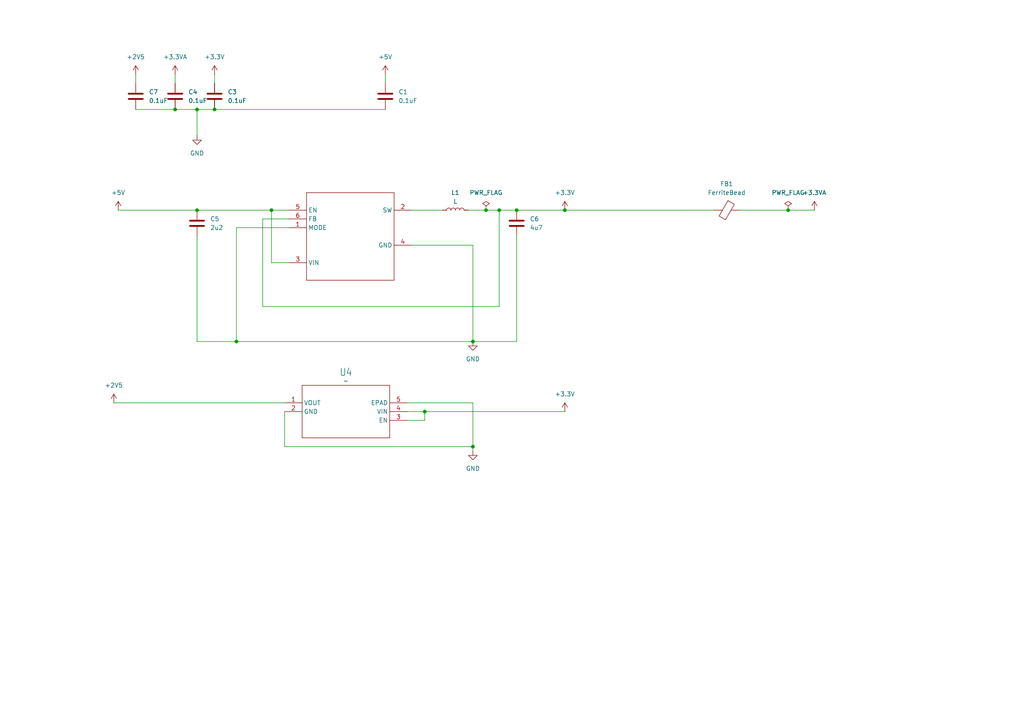
<source format=kicad_sch>
(kicad_sch
	(version 20250114)
	(generator "eeschema")
	(generator_version "9.0")
	(uuid "019be46e-a76b-4c7a-91f6-ecde0b6b9432")
	(paper "A4")
	(lib_symbols
		(symbol "Device:C"
			(pin_numbers
				(hide yes)
			)
			(pin_names
				(offset 0.254)
			)
			(exclude_from_sim no)
			(in_bom yes)
			(on_board yes)
			(property "Reference" "C"
				(at 0.635 2.54 0)
				(effects
					(font
						(size 1.27 1.27)
					)
					(justify left)
				)
			)
			(property "Value" "C"
				(at 0.635 -2.54 0)
				(effects
					(font
						(size 1.27 1.27)
					)
					(justify left)
				)
			)
			(property "Footprint" ""
				(at 0.9652 -3.81 0)
				(effects
					(font
						(size 1.27 1.27)
					)
					(hide yes)
				)
			)
			(property "Datasheet" "~"
				(at 0 0 0)
				(effects
					(font
						(size 1.27 1.27)
					)
					(hide yes)
				)
			)
			(property "Description" "Unpolarized capacitor"
				(at 0 0 0)
				(effects
					(font
						(size 1.27 1.27)
					)
					(hide yes)
				)
			)
			(property "ki_keywords" "cap capacitor"
				(at 0 0 0)
				(effects
					(font
						(size 1.27 1.27)
					)
					(hide yes)
				)
			)
			(property "ki_fp_filters" "C_*"
				(at 0 0 0)
				(effects
					(font
						(size 1.27 1.27)
					)
					(hide yes)
				)
			)
			(symbol "C_0_1"
				(polyline
					(pts
						(xy -2.032 0.762) (xy 2.032 0.762)
					)
					(stroke
						(width 0.508)
						(type default)
					)
					(fill
						(type none)
					)
				)
				(polyline
					(pts
						(xy -2.032 -0.762) (xy 2.032 -0.762)
					)
					(stroke
						(width 0.508)
						(type default)
					)
					(fill
						(type none)
					)
				)
			)
			(symbol "C_1_1"
				(pin passive line
					(at 0 3.81 270)
					(length 2.794)
					(name "~"
						(effects
							(font
								(size 1.27 1.27)
							)
						)
					)
					(number "1"
						(effects
							(font
								(size 1.27 1.27)
							)
						)
					)
				)
				(pin passive line
					(at 0 -3.81 90)
					(length 2.794)
					(name "~"
						(effects
							(font
								(size 1.27 1.27)
							)
						)
					)
					(number "2"
						(effects
							(font
								(size 1.27 1.27)
							)
						)
					)
				)
			)
			(embedded_fonts no)
		)
		(symbol "Device:FerriteBead"
			(pin_numbers
				(hide yes)
			)
			(pin_names
				(offset 0)
			)
			(exclude_from_sim no)
			(in_bom yes)
			(on_board yes)
			(property "Reference" "FB"
				(at -3.81 0.635 90)
				(effects
					(font
						(size 1.27 1.27)
					)
				)
			)
			(property "Value" "FerriteBead"
				(at 3.81 0 90)
				(effects
					(font
						(size 1.27 1.27)
					)
				)
			)
			(property "Footprint" ""
				(at -1.778 0 90)
				(effects
					(font
						(size 1.27 1.27)
					)
					(hide yes)
				)
			)
			(property "Datasheet" "~"
				(at 0 0 0)
				(effects
					(font
						(size 1.27 1.27)
					)
					(hide yes)
				)
			)
			(property "Description" "Ferrite bead"
				(at 0 0 0)
				(effects
					(font
						(size 1.27 1.27)
					)
					(hide yes)
				)
			)
			(property "ki_keywords" "L ferrite bead inductor filter"
				(at 0 0 0)
				(effects
					(font
						(size 1.27 1.27)
					)
					(hide yes)
				)
			)
			(property "ki_fp_filters" "Inductor_* L_* *Ferrite*"
				(at 0 0 0)
				(effects
					(font
						(size 1.27 1.27)
					)
					(hide yes)
				)
			)
			(symbol "FerriteBead_0_1"
				(polyline
					(pts
						(xy -2.7686 0.4064) (xy -1.7018 2.2606) (xy 2.7686 -0.3048) (xy 1.6764 -2.159) (xy -2.7686 0.4064)
					)
					(stroke
						(width 0)
						(type default)
					)
					(fill
						(type none)
					)
				)
				(polyline
					(pts
						(xy 0 1.27) (xy 0 1.2954)
					)
					(stroke
						(width 0)
						(type default)
					)
					(fill
						(type none)
					)
				)
				(polyline
					(pts
						(xy 0 -1.27) (xy 0 -1.2192)
					)
					(stroke
						(width 0)
						(type default)
					)
					(fill
						(type none)
					)
				)
			)
			(symbol "FerriteBead_1_1"
				(pin passive line
					(at 0 3.81 270)
					(length 2.54)
					(name "~"
						(effects
							(font
								(size 1.27 1.27)
							)
						)
					)
					(number "1"
						(effects
							(font
								(size 1.27 1.27)
							)
						)
					)
				)
				(pin passive line
					(at 0 -3.81 90)
					(length 2.54)
					(name "~"
						(effects
							(font
								(size 1.27 1.27)
							)
						)
					)
					(number "2"
						(effects
							(font
								(size 1.27 1.27)
							)
						)
					)
				)
			)
			(embedded_fonts no)
		)
		(symbol "Device:L"
			(pin_numbers
				(hide yes)
			)
			(pin_names
				(offset 1.016)
				(hide yes)
			)
			(exclude_from_sim no)
			(in_bom yes)
			(on_board yes)
			(property "Reference" "L"
				(at -1.27 0 90)
				(effects
					(font
						(size 1.27 1.27)
					)
				)
			)
			(property "Value" "L"
				(at 1.905 0 90)
				(effects
					(font
						(size 1.27 1.27)
					)
				)
			)
			(property "Footprint" ""
				(at 0 0 0)
				(effects
					(font
						(size 1.27 1.27)
					)
					(hide yes)
				)
			)
			(property "Datasheet" "~"
				(at 0 0 0)
				(effects
					(font
						(size 1.27 1.27)
					)
					(hide yes)
				)
			)
			(property "Description" "Inductor"
				(at 0 0 0)
				(effects
					(font
						(size 1.27 1.27)
					)
					(hide yes)
				)
			)
			(property "ki_keywords" "inductor choke coil reactor magnetic"
				(at 0 0 0)
				(effects
					(font
						(size 1.27 1.27)
					)
					(hide yes)
				)
			)
			(property "ki_fp_filters" "Choke_* *Coil* Inductor_* L_*"
				(at 0 0 0)
				(effects
					(font
						(size 1.27 1.27)
					)
					(hide yes)
				)
			)
			(symbol "L_0_1"
				(arc
					(start 0 2.54)
					(mid 0.6323 1.905)
					(end 0 1.27)
					(stroke
						(width 0)
						(type default)
					)
					(fill
						(type none)
					)
				)
				(arc
					(start 0 1.27)
					(mid 0.6323 0.635)
					(end 0 0)
					(stroke
						(width 0)
						(type default)
					)
					(fill
						(type none)
					)
				)
				(arc
					(start 0 0)
					(mid 0.6323 -0.635)
					(end 0 -1.27)
					(stroke
						(width 0)
						(type default)
					)
					(fill
						(type none)
					)
				)
				(arc
					(start 0 -1.27)
					(mid 0.6323 -1.905)
					(end 0 -2.54)
					(stroke
						(width 0)
						(type default)
					)
					(fill
						(type none)
					)
				)
			)
			(symbol "L_1_1"
				(pin passive line
					(at 0 3.81 270)
					(length 1.27)
					(name "1"
						(effects
							(font
								(size 1.27 1.27)
							)
						)
					)
					(number "1"
						(effects
							(font
								(size 1.27 1.27)
							)
						)
					)
				)
				(pin passive line
					(at 0 -3.81 90)
					(length 1.27)
					(name "2"
						(effects
							(font
								(size 1.27 1.27)
							)
						)
					)
					(number "2"
						(effects
							(font
								(size 1.27 1.27)
							)
						)
					)
				)
			)
			(embedded_fonts no)
		)
		(symbol "max10u169:MIC94310-JYMT-TR"
			(exclude_from_sim no)
			(in_bom yes)
			(on_board yes)
			(property "Reference" "U"
				(at 15.5956 9.1186 0)
				(effects
					(font
						(size 2.0828 1.7703)
					)
					(justify left bottom)
				)
			)
			(property "Value" ""
				(at 14.9606 6.5786 0)
				(effects
					(font
						(size 2.0828 1.7703)
					)
					(justify left bottom)
				)
			)
			(property "Footprint" "max10:TDFN4_1P2X1P6_MCH"
				(at 0 0 0)
				(effects
					(font
						(size 1.27 1.27)
					)
					(hide yes)
				)
			)
			(property "Datasheet" ""
				(at 0 0 0)
				(effects
					(font
						(size 1.27 1.27)
					)
					(hide yes)
				)
			)
			(property "Description" ""
				(at 0 0 0)
				(effects
					(font
						(size 1.27 1.27)
					)
					(hide yes)
				)
			)
			(property "ki_locked" ""
				(at 0 0 0)
				(effects
					(font
						(size 1.27 1.27)
					)
				)
			)
			(symbol "MIC94310-JYMT-TR_1_0"
				(polyline
					(pts
						(xy 7.62 5.08) (xy 7.62 -10.16)
					)
					(stroke
						(width 0.1524)
						(type solid)
					)
					(fill
						(type none)
					)
				)
				(polyline
					(pts
						(xy 7.62 -10.16) (xy 33.02 -10.16)
					)
					(stroke
						(width 0.1524)
						(type solid)
					)
					(fill
						(type none)
					)
				)
				(polyline
					(pts
						(xy 33.02 5.08) (xy 7.62 5.08)
					)
					(stroke
						(width 0.1524)
						(type solid)
					)
					(fill
						(type none)
					)
				)
				(polyline
					(pts
						(xy 33.02 -10.16) (xy 33.02 5.08)
					)
					(stroke
						(width 0.1524)
						(type solid)
					)
					(fill
						(type none)
					)
				)
				(pin output line
					(at 2.54 0 0)
					(length 5.08)
					(name "VOUT"
						(effects
							(font
								(size 1.27 1.27)
							)
						)
					)
					(number "1"
						(effects
							(font
								(size 1.27 1.27)
							)
						)
					)
				)
				(pin power_in line
					(at 2.54 -2.54 0)
					(length 5.08)
					(name "GND"
						(effects
							(font
								(size 1.27 1.27)
							)
						)
					)
					(number "2"
						(effects
							(font
								(size 1.27 1.27)
							)
						)
					)
				)
				(pin passive line
					(at 38.1 0 180)
					(length 5.08)
					(name "EPAD"
						(effects
							(font
								(size 1.27 1.27)
							)
						)
					)
					(number "5"
						(effects
							(font
								(size 1.27 1.27)
							)
						)
					)
				)
				(pin input line
					(at 38.1 -2.54 180)
					(length 5.08)
					(name "VIN"
						(effects
							(font
								(size 1.27 1.27)
							)
						)
					)
					(number "4"
						(effects
							(font
								(size 1.27 1.27)
							)
						)
					)
				)
				(pin input line
					(at 38.1 -5.08 180)
					(length 5.08)
					(name "EN"
						(effects
							(font
								(size 1.27 1.27)
							)
						)
					)
					(number "3"
						(effects
							(font
								(size 1.27 1.27)
							)
						)
					)
				)
			)
			(embedded_fonts no)
		)
		(symbol "max10u169:TPS62237DRYR"
			(exclude_from_sim no)
			(in_bom yes)
			(on_board yes)
			(property "Reference" "U"
				(at 15.5956 9.1186 0)
				(effects
					(font
						(size 2.0828 1.7703)
					)
					(justify left bottom)
					(hide yes)
				)
			)
			(property "Value" ""
				(at 14.9606 6.5786 0)
				(effects
					(font
						(size 2.0828 1.7703)
					)
					(justify left bottom)
					(hide yes)
				)
			)
			(property "Footprint" "max10:DRY6"
				(at 0 0 0)
				(effects
					(font
						(size 1.27 1.27)
					)
					(hide yes)
				)
			)
			(property "Datasheet" ""
				(at 0 0 0)
				(effects
					(font
						(size 1.27 1.27)
					)
					(hide yes)
				)
			)
			(property "Description" ""
				(at 0 0 0)
				(effects
					(font
						(size 1.27 1.27)
					)
					(hide yes)
				)
			)
			(property "ki_locked" ""
				(at 0 0 0)
				(effects
					(font
						(size 1.27 1.27)
					)
				)
			)
			(symbol "TPS62237DRYR_1_0"
				(polyline
					(pts
						(xy 7.62 5.08) (xy 7.62 -20.32)
					)
					(stroke
						(width 0.1524)
						(type solid)
					)
					(fill
						(type none)
					)
				)
				(polyline
					(pts
						(xy 7.62 -20.32) (xy 33.02 -20.32)
					)
					(stroke
						(width 0.1524)
						(type solid)
					)
					(fill
						(type none)
					)
				)
				(polyline
					(pts
						(xy 33.02 5.08) (xy 7.62 5.08)
					)
					(stroke
						(width 0.1524)
						(type solid)
					)
					(fill
						(type none)
					)
				)
				(polyline
					(pts
						(xy 33.02 -20.32) (xy 33.02 5.08)
					)
					(stroke
						(width 0.1524)
						(type solid)
					)
					(fill
						(type none)
					)
				)
				(pin input line
					(at 2.54 0 0)
					(length 5.08)
					(name "EN"
						(effects
							(font
								(size 1.27 1.27)
							)
						)
					)
					(number "5"
						(effects
							(font
								(size 1.27 1.27)
							)
						)
					)
				)
				(pin input line
					(at 2.54 -2.54 0)
					(length 5.08)
					(name "FB"
						(effects
							(font
								(size 1.27 1.27)
							)
						)
					)
					(number "6"
						(effects
							(font
								(size 1.27 1.27)
							)
						)
					)
				)
				(pin input line
					(at 2.54 -5.08 0)
					(length 5.08)
					(name "MODE"
						(effects
							(font
								(size 1.27 1.27)
							)
						)
					)
					(number "1"
						(effects
							(font
								(size 1.27 1.27)
							)
						)
					)
				)
				(pin power_in line
					(at 2.54 -15.24 0)
					(length 5.08)
					(name "VIN"
						(effects
							(font
								(size 1.27 1.27)
							)
						)
					)
					(number "3"
						(effects
							(font
								(size 1.27 1.27)
							)
						)
					)
				)
				(pin output line
					(at 38.1 0 180)
					(length 5.08)
					(name "SW"
						(effects
							(font
								(size 1.27 1.27)
							)
						)
					)
					(number "2"
						(effects
							(font
								(size 1.27 1.27)
							)
						)
					)
				)
				(pin power_in line
					(at 38.1 -10.16 180)
					(length 5.08)
					(name "GND"
						(effects
							(font
								(size 1.27 1.27)
							)
						)
					)
					(number "4"
						(effects
							(font
								(size 1.27 1.27)
							)
						)
					)
				)
			)
			(embedded_fonts no)
		)
		(symbol "power:+2V5"
			(power)
			(pin_numbers
				(hide yes)
			)
			(pin_names
				(offset 0)
				(hide yes)
			)
			(exclude_from_sim no)
			(in_bom yes)
			(on_board yes)
			(property "Reference" "#PWR"
				(at 0 -3.81 0)
				(effects
					(font
						(size 1.27 1.27)
					)
					(hide yes)
				)
			)
			(property "Value" "+2V5"
				(at 0 3.556 0)
				(effects
					(font
						(size 1.27 1.27)
					)
				)
			)
			(property "Footprint" ""
				(at 0 0 0)
				(effects
					(font
						(size 1.27 1.27)
					)
					(hide yes)
				)
			)
			(property "Datasheet" ""
				(at 0 0 0)
				(effects
					(font
						(size 1.27 1.27)
					)
					(hide yes)
				)
			)
			(property "Description" "Power symbol creates a global label with name \"+2V5\""
				(at 0 0 0)
				(effects
					(font
						(size 1.27 1.27)
					)
					(hide yes)
				)
			)
			(property "ki_keywords" "global power"
				(at 0 0 0)
				(effects
					(font
						(size 1.27 1.27)
					)
					(hide yes)
				)
			)
			(symbol "+2V5_0_1"
				(polyline
					(pts
						(xy -0.762 1.27) (xy 0 2.54)
					)
					(stroke
						(width 0)
						(type default)
					)
					(fill
						(type none)
					)
				)
				(polyline
					(pts
						(xy 0 2.54) (xy 0.762 1.27)
					)
					(stroke
						(width 0)
						(type default)
					)
					(fill
						(type none)
					)
				)
				(polyline
					(pts
						(xy 0 0) (xy 0 2.54)
					)
					(stroke
						(width 0)
						(type default)
					)
					(fill
						(type none)
					)
				)
			)
			(symbol "+2V5_1_1"
				(pin power_in line
					(at 0 0 90)
					(length 0)
					(name "~"
						(effects
							(font
								(size 1.27 1.27)
							)
						)
					)
					(number "1"
						(effects
							(font
								(size 1.27 1.27)
							)
						)
					)
				)
			)
			(embedded_fonts no)
		)
		(symbol "power:+3.3V"
			(power)
			(pin_numbers
				(hide yes)
			)
			(pin_names
				(offset 0)
				(hide yes)
			)
			(exclude_from_sim no)
			(in_bom yes)
			(on_board yes)
			(property "Reference" "#PWR"
				(at 0 -3.81 0)
				(effects
					(font
						(size 1.27 1.27)
					)
					(hide yes)
				)
			)
			(property "Value" "+3.3V"
				(at 0 3.556 0)
				(effects
					(font
						(size 1.27 1.27)
					)
				)
			)
			(property "Footprint" ""
				(at 0 0 0)
				(effects
					(font
						(size 1.27 1.27)
					)
					(hide yes)
				)
			)
			(property "Datasheet" ""
				(at 0 0 0)
				(effects
					(font
						(size 1.27 1.27)
					)
					(hide yes)
				)
			)
			(property "Description" "Power symbol creates a global label with name \"+3.3V\""
				(at 0 0 0)
				(effects
					(font
						(size 1.27 1.27)
					)
					(hide yes)
				)
			)
			(property "ki_keywords" "global power"
				(at 0 0 0)
				(effects
					(font
						(size 1.27 1.27)
					)
					(hide yes)
				)
			)
			(symbol "+3.3V_0_1"
				(polyline
					(pts
						(xy -0.762 1.27) (xy 0 2.54)
					)
					(stroke
						(width 0)
						(type default)
					)
					(fill
						(type none)
					)
				)
				(polyline
					(pts
						(xy 0 2.54) (xy 0.762 1.27)
					)
					(stroke
						(width 0)
						(type default)
					)
					(fill
						(type none)
					)
				)
				(polyline
					(pts
						(xy 0 0) (xy 0 2.54)
					)
					(stroke
						(width 0)
						(type default)
					)
					(fill
						(type none)
					)
				)
			)
			(symbol "+3.3V_1_1"
				(pin power_in line
					(at 0 0 90)
					(length 0)
					(name "~"
						(effects
							(font
								(size 1.27 1.27)
							)
						)
					)
					(number "1"
						(effects
							(font
								(size 1.27 1.27)
							)
						)
					)
				)
			)
			(embedded_fonts no)
		)
		(symbol "power:+3.3VA"
			(power)
			(pin_numbers
				(hide yes)
			)
			(pin_names
				(offset 0)
				(hide yes)
			)
			(exclude_from_sim no)
			(in_bom yes)
			(on_board yes)
			(property "Reference" "#PWR"
				(at 0 -3.81 0)
				(effects
					(font
						(size 1.27 1.27)
					)
					(hide yes)
				)
			)
			(property "Value" "+3.3VA"
				(at 0 3.556 0)
				(effects
					(font
						(size 1.27 1.27)
					)
				)
			)
			(property "Footprint" ""
				(at 0 0 0)
				(effects
					(font
						(size 1.27 1.27)
					)
					(hide yes)
				)
			)
			(property "Datasheet" ""
				(at 0 0 0)
				(effects
					(font
						(size 1.27 1.27)
					)
					(hide yes)
				)
			)
			(property "Description" "Power symbol creates a global label with name \"+3.3VA\""
				(at 0 0 0)
				(effects
					(font
						(size 1.27 1.27)
					)
					(hide yes)
				)
			)
			(property "ki_keywords" "global power"
				(at 0 0 0)
				(effects
					(font
						(size 1.27 1.27)
					)
					(hide yes)
				)
			)
			(symbol "+3.3VA_0_1"
				(polyline
					(pts
						(xy -0.762 1.27) (xy 0 2.54)
					)
					(stroke
						(width 0)
						(type default)
					)
					(fill
						(type none)
					)
				)
				(polyline
					(pts
						(xy 0 2.54) (xy 0.762 1.27)
					)
					(stroke
						(width 0)
						(type default)
					)
					(fill
						(type none)
					)
				)
				(polyline
					(pts
						(xy 0 0) (xy 0 2.54)
					)
					(stroke
						(width 0)
						(type default)
					)
					(fill
						(type none)
					)
				)
			)
			(symbol "+3.3VA_1_1"
				(pin power_in line
					(at 0 0 90)
					(length 0)
					(name "~"
						(effects
							(font
								(size 1.27 1.27)
							)
						)
					)
					(number "1"
						(effects
							(font
								(size 1.27 1.27)
							)
						)
					)
				)
			)
			(embedded_fonts no)
		)
		(symbol "power:+5V"
			(power)
			(pin_numbers
				(hide yes)
			)
			(pin_names
				(offset 0)
				(hide yes)
			)
			(exclude_from_sim no)
			(in_bom yes)
			(on_board yes)
			(property "Reference" "#PWR"
				(at 0 -3.81 0)
				(effects
					(font
						(size 1.27 1.27)
					)
					(hide yes)
				)
			)
			(property "Value" "+5V"
				(at 0 3.556 0)
				(effects
					(font
						(size 1.27 1.27)
					)
				)
			)
			(property "Footprint" ""
				(at 0 0 0)
				(effects
					(font
						(size 1.27 1.27)
					)
					(hide yes)
				)
			)
			(property "Datasheet" ""
				(at 0 0 0)
				(effects
					(font
						(size 1.27 1.27)
					)
					(hide yes)
				)
			)
			(property "Description" "Power symbol creates a global label with name \"+5V\""
				(at 0 0 0)
				(effects
					(font
						(size 1.27 1.27)
					)
					(hide yes)
				)
			)
			(property "ki_keywords" "global power"
				(at 0 0 0)
				(effects
					(font
						(size 1.27 1.27)
					)
					(hide yes)
				)
			)
			(symbol "+5V_0_1"
				(polyline
					(pts
						(xy -0.762 1.27) (xy 0 2.54)
					)
					(stroke
						(width 0)
						(type default)
					)
					(fill
						(type none)
					)
				)
				(polyline
					(pts
						(xy 0 2.54) (xy 0.762 1.27)
					)
					(stroke
						(width 0)
						(type default)
					)
					(fill
						(type none)
					)
				)
				(polyline
					(pts
						(xy 0 0) (xy 0 2.54)
					)
					(stroke
						(width 0)
						(type default)
					)
					(fill
						(type none)
					)
				)
			)
			(symbol "+5V_1_1"
				(pin power_in line
					(at 0 0 90)
					(length 0)
					(name "~"
						(effects
							(font
								(size 1.27 1.27)
							)
						)
					)
					(number "1"
						(effects
							(font
								(size 1.27 1.27)
							)
						)
					)
				)
			)
			(embedded_fonts no)
		)
		(symbol "power:GND"
			(power)
			(pin_numbers
				(hide yes)
			)
			(pin_names
				(offset 0)
				(hide yes)
			)
			(exclude_from_sim no)
			(in_bom yes)
			(on_board yes)
			(property "Reference" "#PWR"
				(at 0 -6.35 0)
				(effects
					(font
						(size 1.27 1.27)
					)
					(hide yes)
				)
			)
			(property "Value" "GND"
				(at 0 -3.81 0)
				(effects
					(font
						(size 1.27 1.27)
					)
				)
			)
			(property "Footprint" ""
				(at 0 0 0)
				(effects
					(font
						(size 1.27 1.27)
					)
					(hide yes)
				)
			)
			(property "Datasheet" ""
				(at 0 0 0)
				(effects
					(font
						(size 1.27 1.27)
					)
					(hide yes)
				)
			)
			(property "Description" "Power symbol creates a global label with name \"GND\" , ground"
				(at 0 0 0)
				(effects
					(font
						(size 1.27 1.27)
					)
					(hide yes)
				)
			)
			(property "ki_keywords" "global power"
				(at 0 0 0)
				(effects
					(font
						(size 1.27 1.27)
					)
					(hide yes)
				)
			)
			(symbol "GND_0_1"
				(polyline
					(pts
						(xy 0 0) (xy 0 -1.27) (xy 1.27 -1.27) (xy 0 -2.54) (xy -1.27 -1.27) (xy 0 -1.27)
					)
					(stroke
						(width 0)
						(type default)
					)
					(fill
						(type none)
					)
				)
			)
			(symbol "GND_1_1"
				(pin power_in line
					(at 0 0 270)
					(length 0)
					(name "~"
						(effects
							(font
								(size 1.27 1.27)
							)
						)
					)
					(number "1"
						(effects
							(font
								(size 1.27 1.27)
							)
						)
					)
				)
			)
			(embedded_fonts no)
		)
		(symbol "power:PWR_FLAG"
			(power)
			(pin_numbers
				(hide yes)
			)
			(pin_names
				(offset 0)
				(hide yes)
			)
			(exclude_from_sim no)
			(in_bom yes)
			(on_board yes)
			(property "Reference" "#FLG"
				(at 0 1.905 0)
				(effects
					(font
						(size 1.27 1.27)
					)
					(hide yes)
				)
			)
			(property "Value" "PWR_FLAG"
				(at 0 3.81 0)
				(effects
					(font
						(size 1.27 1.27)
					)
				)
			)
			(property "Footprint" ""
				(at 0 0 0)
				(effects
					(font
						(size 1.27 1.27)
					)
					(hide yes)
				)
			)
			(property "Datasheet" "~"
				(at 0 0 0)
				(effects
					(font
						(size 1.27 1.27)
					)
					(hide yes)
				)
			)
			(property "Description" "Special symbol for telling ERC where power comes from"
				(at 0 0 0)
				(effects
					(font
						(size 1.27 1.27)
					)
					(hide yes)
				)
			)
			(property "ki_keywords" "flag power"
				(at 0 0 0)
				(effects
					(font
						(size 1.27 1.27)
					)
					(hide yes)
				)
			)
			(symbol "PWR_FLAG_0_0"
				(pin power_out line
					(at 0 0 90)
					(length 0)
					(name "~"
						(effects
							(font
								(size 1.27 1.27)
							)
						)
					)
					(number "1"
						(effects
							(font
								(size 1.27 1.27)
							)
						)
					)
				)
			)
			(symbol "PWR_FLAG_0_1"
				(polyline
					(pts
						(xy 0 0) (xy 0 1.27) (xy -1.016 1.905) (xy 0 2.54) (xy 1.016 1.905) (xy 0 1.27)
					)
					(stroke
						(width 0)
						(type default)
					)
					(fill
						(type none)
					)
				)
			)
			(embedded_fonts no)
		)
	)
	(junction
		(at 57.15 60.96)
		(diameter 0)
		(color 0 0 0 0)
		(uuid "2a7ddd04-0a84-4708-bd23-0cf36583273a")
	)
	(junction
		(at 163.83 60.96)
		(diameter 0)
		(color 0 0 0 0)
		(uuid "3640a7e1-fe78-4f1e-b50c-0c3cb85e285a")
	)
	(junction
		(at 68.58 99.06)
		(diameter 0)
		(color 0 0 0 0)
		(uuid "3d14c0eb-b5ee-4116-ae23-ec4891a7de17")
	)
	(junction
		(at 50.8 31.75)
		(diameter 0)
		(color 0 0 0 0)
		(uuid "4225582a-4bb5-49c6-90bc-748fdad08466")
	)
	(junction
		(at 123.19 119.38)
		(diameter 0)
		(color 0 0 0 0)
		(uuid "50e30cc6-c511-425c-952e-64b47049a3eb")
	)
	(junction
		(at 57.15 31.75)
		(diameter 0)
		(color 0 0 0 0)
		(uuid "58a353cc-80d6-42ec-a0ca-b6ddfac31625")
	)
	(junction
		(at 149.86 60.96)
		(diameter 0)
		(color 0 0 0 0)
		(uuid "8c0b6e73-bcba-431c-a014-a3ce41252970")
	)
	(junction
		(at 140.97 60.96)
		(diameter 0)
		(color 0 0 0 0)
		(uuid "8ec6ed0d-b563-4dc7-b8d7-b1f00a56c205")
	)
	(junction
		(at 144.78 60.96)
		(diameter 0)
		(color 0 0 0 0)
		(uuid "b6eeb3c1-3a2f-4904-b999-63a75a310e59")
	)
	(junction
		(at 62.23 31.75)
		(diameter 0)
		(color 0 0 0 0)
		(uuid "b780313e-4a91-4357-a953-30004aefe78f")
	)
	(junction
		(at 137.16 129.54)
		(diameter 0)
		(color 0 0 0 0)
		(uuid "c9390a38-9d85-4d57-9d90-493cbd290c81")
	)
	(junction
		(at 137.16 99.06)
		(diameter 0)
		(color 0 0 0 0)
		(uuid "cb06dbd0-fc03-44c5-8bae-cd3232e17486")
	)
	(junction
		(at 228.6 60.96)
		(diameter 0)
		(color 0 0 0 0)
		(uuid "d6575f90-aa53-4483-b59d-cba5405fedeb")
	)
	(junction
		(at 78.74 60.96)
		(diameter 0)
		(color 0 0 0 0)
		(uuid "e35d946d-09c5-4a86-a2f2-0e0a095febea")
	)
	(wire
		(pts
			(xy 78.74 76.2) (xy 78.74 60.96)
		)
		(stroke
			(width 0)
			(type default)
		)
		(uuid "07c16a52-4a02-4901-a771-9383bcbcf6a9")
	)
	(wire
		(pts
			(xy 137.16 99.06) (xy 137.16 71.12)
		)
		(stroke
			(width 0)
			(type default)
		)
		(uuid "09535ef4-78cb-4ea2-8a03-c3d72b040d46")
	)
	(wire
		(pts
			(xy 50.8 31.75) (xy 57.15 31.75)
		)
		(stroke
			(width 0)
			(type default)
		)
		(uuid "105ae602-eb26-4529-b37d-8e6c0aa70e07")
	)
	(wire
		(pts
			(xy 140.97 60.96) (xy 144.78 60.96)
		)
		(stroke
			(width 0)
			(type default)
		)
		(uuid "106f5026-3d19-4227-af5a-d2598ed40354")
	)
	(wire
		(pts
			(xy 123.19 119.38) (xy 163.83 119.38)
		)
		(stroke
			(width 0)
			(type default)
		)
		(uuid "13329928-2d08-4932-b91f-66463417ef9f")
	)
	(wire
		(pts
			(xy 76.2 63.5) (xy 83.82 63.5)
		)
		(stroke
			(width 0)
			(type default)
		)
		(uuid "1450eb5b-0167-416a-bd05-229b8a05fda2")
	)
	(wire
		(pts
			(xy 68.58 66.04) (xy 68.58 99.06)
		)
		(stroke
			(width 0)
			(type default)
		)
		(uuid "1492b977-469a-444f-9485-c55932bf411b")
	)
	(wire
		(pts
			(xy 57.15 68.58) (xy 57.15 99.06)
		)
		(stroke
			(width 0)
			(type default)
		)
		(uuid "17389a8b-7e0c-47db-a647-cf0bf121005d")
	)
	(wire
		(pts
			(xy 83.82 66.04) (xy 68.58 66.04)
		)
		(stroke
			(width 0)
			(type default)
		)
		(uuid "1dd7b343-caf1-40f2-9445-d135d4083b7d")
	)
	(wire
		(pts
			(xy 137.16 129.54) (xy 137.16 130.81)
		)
		(stroke
			(width 0)
			(type default)
		)
		(uuid "233efd61-f59f-4fcd-b95d-b4adbd51d69a")
	)
	(wire
		(pts
			(xy 62.23 31.75) (xy 111.76 31.75)
		)
		(stroke
			(width 0)
			(type default)
		)
		(uuid "37c542a6-8bde-427f-8ba4-de613424176e")
	)
	(wire
		(pts
			(xy 135.89 60.96) (xy 140.97 60.96)
		)
		(stroke
			(width 0)
			(type default)
		)
		(uuid "46e89393-dac3-4cd7-aef1-5c6b6d04f84f")
	)
	(wire
		(pts
			(xy 83.82 76.2) (xy 78.74 76.2)
		)
		(stroke
			(width 0)
			(type default)
		)
		(uuid "4bfaef87-906b-41bb-84f3-66ab5698c2fa")
	)
	(wire
		(pts
			(xy 118.11 121.92) (xy 123.19 121.92)
		)
		(stroke
			(width 0)
			(type default)
		)
		(uuid "4de34d8b-bdd0-466f-a044-ea3614e0149c")
	)
	(wire
		(pts
			(xy 119.38 60.96) (xy 128.27 60.96)
		)
		(stroke
			(width 0)
			(type default)
		)
		(uuid "544cb2a2-6288-4ef9-afbb-1e8e6946f827")
	)
	(wire
		(pts
			(xy 118.11 119.38) (xy 123.19 119.38)
		)
		(stroke
			(width 0)
			(type default)
		)
		(uuid "56d40f98-0cf4-44b1-91b2-6a199aa6a9ad")
	)
	(wire
		(pts
			(xy 118.11 116.84) (xy 137.16 116.84)
		)
		(stroke
			(width 0)
			(type default)
		)
		(uuid "5a91f214-7a5d-43c9-86d5-83eb7c008665")
	)
	(wire
		(pts
			(xy 149.86 60.96) (xy 163.83 60.96)
		)
		(stroke
			(width 0)
			(type default)
		)
		(uuid "60f33b2f-15be-4d12-9077-4a2eb3d5e5a8")
	)
	(wire
		(pts
			(xy 50.8 21.59) (xy 50.8 24.13)
		)
		(stroke
			(width 0)
			(type default)
		)
		(uuid "6454dc45-35d0-4a37-9729-c657132f50f4")
	)
	(wire
		(pts
			(xy 149.86 99.06) (xy 137.16 99.06)
		)
		(stroke
			(width 0)
			(type default)
		)
		(uuid "76cf0c87-7407-4540-b0f9-3158e9e691c0")
	)
	(wire
		(pts
			(xy 214.63 60.96) (xy 228.6 60.96)
		)
		(stroke
			(width 0)
			(type default)
		)
		(uuid "7942fde7-d2c2-4265-900e-ee016e9f5d32")
	)
	(wire
		(pts
			(xy 78.74 60.96) (xy 83.82 60.96)
		)
		(stroke
			(width 0)
			(type default)
		)
		(uuid "7bc8bcdc-ae9a-40dd-a432-e6a5adff55df")
	)
	(wire
		(pts
			(xy 34.29 60.96) (xy 57.15 60.96)
		)
		(stroke
			(width 0)
			(type default)
		)
		(uuid "7be33026-37ff-4a95-8a43-c0d8cd48463e")
	)
	(wire
		(pts
			(xy 39.37 31.75) (xy 50.8 31.75)
		)
		(stroke
			(width 0)
			(type default)
		)
		(uuid "80683706-1740-41db-8c69-64eca26bebdb")
	)
	(wire
		(pts
			(xy 82.55 129.54) (xy 137.16 129.54)
		)
		(stroke
			(width 0)
			(type default)
		)
		(uuid "809241c3-36ff-4513-bcd6-00c83c2952d3")
	)
	(wire
		(pts
			(xy 123.19 121.92) (xy 123.19 119.38)
		)
		(stroke
			(width 0)
			(type default)
		)
		(uuid "96b75933-2b4c-411b-906a-54e3bb0b2190")
	)
	(wire
		(pts
			(xy 149.86 68.58) (xy 149.86 99.06)
		)
		(stroke
			(width 0)
			(type default)
		)
		(uuid "9fb2bc1e-c55c-428d-b593-16e189450014")
	)
	(wire
		(pts
			(xy 57.15 31.75) (xy 62.23 31.75)
		)
		(stroke
			(width 0)
			(type default)
		)
		(uuid "a2c0e907-4b71-4215-9009-3ffcf3a42308")
	)
	(wire
		(pts
			(xy 111.76 21.59) (xy 111.76 24.13)
		)
		(stroke
			(width 0)
			(type default)
		)
		(uuid "a58af5e0-b6b1-4f80-b9d0-b76f6376de23")
	)
	(wire
		(pts
			(xy 33.02 116.84) (xy 82.55 116.84)
		)
		(stroke
			(width 0)
			(type default)
		)
		(uuid "aec7c70d-9b23-44bb-a4ce-1821b6a154ca")
	)
	(wire
		(pts
			(xy 144.78 60.96) (xy 149.86 60.96)
		)
		(stroke
			(width 0)
			(type default)
		)
		(uuid "b969df0c-a0b8-410a-a106-f32afd391c06")
	)
	(wire
		(pts
			(xy 62.23 21.59) (xy 62.23 24.13)
		)
		(stroke
			(width 0)
			(type default)
		)
		(uuid "c0b015d8-a8c4-45a5-a65d-f125d7d14f8c")
	)
	(wire
		(pts
			(xy 39.37 21.59) (xy 39.37 24.13)
		)
		(stroke
			(width 0)
			(type default)
		)
		(uuid "c508f181-f1b3-4731-b0a6-f085267b3763")
	)
	(wire
		(pts
			(xy 144.78 88.9) (xy 76.2 88.9)
		)
		(stroke
			(width 0)
			(type default)
		)
		(uuid "c6ca253e-f8fa-4844-a019-804919ce6c15")
	)
	(wire
		(pts
			(xy 76.2 88.9) (xy 76.2 63.5)
		)
		(stroke
			(width 0)
			(type default)
		)
		(uuid "c95afafe-c0f3-421f-a273-29d0e84046bd")
	)
	(wire
		(pts
			(xy 82.55 119.38) (xy 82.55 129.54)
		)
		(stroke
			(width 0)
			(type default)
		)
		(uuid "d08ddb2b-e106-4555-98e7-457b67a6a6ab")
	)
	(wire
		(pts
			(xy 68.58 99.06) (xy 137.16 99.06)
		)
		(stroke
			(width 0)
			(type default)
		)
		(uuid "d1e92328-e50e-4bc3-91d5-e6602f8616d0")
	)
	(wire
		(pts
			(xy 137.16 116.84) (xy 137.16 129.54)
		)
		(stroke
			(width 0)
			(type default)
		)
		(uuid "d1ec0c10-2dab-4d84-9ef7-8a50b34acc89")
	)
	(wire
		(pts
			(xy 228.6 60.96) (xy 236.22 60.96)
		)
		(stroke
			(width 0)
			(type default)
		)
		(uuid "d36a4d6d-0949-41bf-b2f2-3fc2a8d8a44a")
	)
	(wire
		(pts
			(xy 163.83 60.96) (xy 207.01 60.96)
		)
		(stroke
			(width 0)
			(type default)
		)
		(uuid "d8c320c2-924e-49e8-90a7-14a503d2937c")
	)
	(wire
		(pts
			(xy 144.78 60.96) (xy 144.78 88.9)
		)
		(stroke
			(width 0)
			(type default)
		)
		(uuid "e2869e26-92e8-40a6-b0cc-f91ea6bb6619")
	)
	(wire
		(pts
			(xy 57.15 99.06) (xy 68.58 99.06)
		)
		(stroke
			(width 0)
			(type default)
		)
		(uuid "e4b90f9b-58cc-4f9d-8289-53e208e46739")
	)
	(wire
		(pts
			(xy 57.15 31.75) (xy 57.15 39.37)
		)
		(stroke
			(width 0)
			(type default)
		)
		(uuid "f9c47f6a-4c0a-4c63-bbb1-e8592144f551")
	)
	(wire
		(pts
			(xy 57.15 60.96) (xy 78.74 60.96)
		)
		(stroke
			(width 0)
			(type default)
		)
		(uuid "fa6c0d6d-6ce2-44df-9543-c9295f202018")
	)
	(wire
		(pts
			(xy 137.16 71.12) (xy 119.38 71.12)
		)
		(stroke
			(width 0)
			(type default)
		)
		(uuid "fcb35a11-b8c9-445f-8658-d5fb0689b4f7")
	)
	(symbol
		(lib_id "power:GND")
		(at 57.15 39.37 0)
		(unit 1)
		(exclude_from_sim no)
		(in_bom yes)
		(on_board yes)
		(dnp no)
		(fields_autoplaced yes)
		(uuid "016dada2-f2ee-4c17-a9b1-6a3cd48d09d4")
		(property "Reference" "#PWR031"
			(at 57.15 45.72 0)
			(effects
				(font
					(size 1.27 1.27)
				)
				(hide yes)
			)
		)
		(property "Value" "GND"
			(at 57.15 44.45 0)
			(effects
				(font
					(size 1.27 1.27)
				)
			)
		)
		(property "Footprint" ""
			(at 57.15 39.37 0)
			(effects
				(font
					(size 1.27 1.27)
				)
				(hide yes)
			)
		)
		(property "Datasheet" ""
			(at 57.15 39.37 0)
			(effects
				(font
					(size 1.27 1.27)
				)
				(hide yes)
			)
		)
		(property "Description" "Power symbol creates a global label with name \"GND\" , ground"
			(at 57.15 39.37 0)
			(effects
				(font
					(size 1.27 1.27)
				)
				(hide yes)
			)
		)
		(pin "1"
			(uuid "7a575716-d191-40a9-8038-82329efbbf06")
		)
		(instances
			(project ""
				(path "/f8f92944-710a-49a0-a698-f840e5f20e15/b3c63cf3-5aec-4ac7-b511-941f39b58d95"
					(reference "#PWR031")
					(unit 1)
				)
			)
		)
	)
	(symbol
		(lib_id "power:+3.3V")
		(at 163.83 119.38 0)
		(unit 1)
		(exclude_from_sim no)
		(in_bom yes)
		(on_board yes)
		(dnp no)
		(fields_autoplaced yes)
		(uuid "05cbf68e-b284-49c2-b4e6-e435fe0fa6a9")
		(property "Reference" "#PWR024"
			(at 163.83 123.19 0)
			(effects
				(font
					(size 1.27 1.27)
				)
				(hide yes)
			)
		)
		(property "Value" "+3.3V"
			(at 163.83 114.3 0)
			(effects
				(font
					(size 1.27 1.27)
				)
			)
		)
		(property "Footprint" ""
			(at 163.83 119.38 0)
			(effects
				(font
					(size 1.27 1.27)
				)
				(hide yes)
			)
		)
		(property "Datasheet" ""
			(at 163.83 119.38 0)
			(effects
				(font
					(size 1.27 1.27)
				)
				(hide yes)
			)
		)
		(property "Description" "Power symbol creates a global label with name \"+3.3V\""
			(at 163.83 119.38 0)
			(effects
				(font
					(size 1.27 1.27)
				)
				(hide yes)
			)
		)
		(pin "1"
			(uuid "1a5aabdb-2ff5-4bb6-8ae6-6fd04e918495")
		)
		(instances
			(project ""
				(path "/f8f92944-710a-49a0-a698-f840e5f20e15/b3c63cf3-5aec-4ac7-b511-941f39b58d95"
					(reference "#PWR024")
					(unit 1)
				)
			)
		)
	)
	(symbol
		(lib_id "Device:C")
		(at 50.8 27.94 0)
		(unit 1)
		(exclude_from_sim no)
		(in_bom yes)
		(on_board yes)
		(dnp no)
		(fields_autoplaced yes)
		(uuid "0b9a6aa1-6f7f-4078-87a9-23f2f372c11e")
		(property "Reference" "C4"
			(at 54.61 26.6699 0)
			(effects
				(font
					(size 1.27 1.27)
				)
				(justify left)
			)
		)
		(property "Value" "0.1uF"
			(at 54.61 29.2099 0)
			(effects
				(font
					(size 1.27 1.27)
				)
				(justify left)
			)
		)
		(property "Footprint" "Capacitor_SMD:C_0603_1608Metric"
			(at 51.7652 31.75 0)
			(effects
				(font
					(size 1.27 1.27)
				)
				(hide yes)
			)
		)
		(property "Datasheet" "~"
			(at 50.8 27.94 0)
			(effects
				(font
					(size 1.27 1.27)
				)
				(hide yes)
			)
		)
		(property "Description" "Unpolarized capacitor"
			(at 50.8 27.94 0)
			(effects
				(font
					(size 1.27 1.27)
				)
				(hide yes)
			)
		)
		(pin "1"
			(uuid "31be9d4d-633e-4790-ab3c-77f032fbcb7a")
		)
		(pin "2"
			(uuid "c73b5f58-583a-41dd-984c-8ccf975140b0")
		)
		(instances
			(project "pokeymax4b"
				(path "/f8f92944-710a-49a0-a698-f840e5f20e15/b3c63cf3-5aec-4ac7-b511-941f39b58d95"
					(reference "C4")
					(unit 1)
				)
			)
		)
	)
	(symbol
		(lib_id "Device:C")
		(at 111.76 27.94 0)
		(unit 1)
		(exclude_from_sim no)
		(in_bom yes)
		(on_board yes)
		(dnp no)
		(fields_autoplaced yes)
		(uuid "12bce3fe-6455-49f6-a341-cebda2e2e377")
		(property "Reference" "C1"
			(at 115.57 26.6699 0)
			(effects
				(font
					(size 1.27 1.27)
				)
				(justify left)
			)
		)
		(property "Value" "0.1uF"
			(at 115.57 29.2099 0)
			(effects
				(font
					(size 1.27 1.27)
				)
				(justify left)
			)
		)
		(property "Footprint" "Capacitor_SMD:C_0603_1608Metric"
			(at 112.7252 31.75 0)
			(effects
				(font
					(size 1.27 1.27)
				)
				(hide yes)
			)
		)
		(property "Datasheet" "~"
			(at 111.76 27.94 0)
			(effects
				(font
					(size 1.27 1.27)
				)
				(hide yes)
			)
		)
		(property "Description" "Unpolarized capacitor"
			(at 111.76 27.94 0)
			(effects
				(font
					(size 1.27 1.27)
				)
				(hide yes)
			)
		)
		(pin "1"
			(uuid "9312893c-aa7b-42ac-9e3a-5132cca1cd25")
		)
		(pin "2"
			(uuid "f68e24dd-2a00-43d0-85f8-f711d086b269")
		)
		(instances
			(project "pokeymax4b"
				(path "/f8f92944-710a-49a0-a698-f840e5f20e15/b3c63cf3-5aec-4ac7-b511-941f39b58d95"
					(reference "C1")
					(unit 1)
				)
			)
		)
	)
	(symbol
		(lib_id "power:+3.3V")
		(at 163.83 60.96 0)
		(unit 1)
		(exclude_from_sim no)
		(in_bom yes)
		(on_board yes)
		(dnp no)
		(fields_autoplaced yes)
		(uuid "324fd391-0a4b-472c-b941-2eb88f0a80e7")
		(property "Reference" "#PWR023"
			(at 163.83 64.77 0)
			(effects
				(font
					(size 1.27 1.27)
				)
				(hide yes)
			)
		)
		(property "Value" "+3.3V"
			(at 163.83 55.88 0)
			(effects
				(font
					(size 1.27 1.27)
				)
			)
		)
		(property "Footprint" ""
			(at 163.83 60.96 0)
			(effects
				(font
					(size 1.27 1.27)
				)
				(hide yes)
			)
		)
		(property "Datasheet" ""
			(at 163.83 60.96 0)
			(effects
				(font
					(size 1.27 1.27)
				)
				(hide yes)
			)
		)
		(property "Description" "Power symbol creates a global label with name \"+3.3V\""
			(at 163.83 60.96 0)
			(effects
				(font
					(size 1.27 1.27)
				)
				(hide yes)
			)
		)
		(pin "1"
			(uuid "bcaa9e3f-3c51-4a07-bd0d-14c378d404dc")
		)
		(instances
			(project ""
				(path "/f8f92944-710a-49a0-a698-f840e5f20e15/b3c63cf3-5aec-4ac7-b511-941f39b58d95"
					(reference "#PWR023")
					(unit 1)
				)
			)
		)
	)
	(symbol
		(lib_id "power:+3.3V")
		(at 62.23 21.59 0)
		(unit 1)
		(exclude_from_sim no)
		(in_bom yes)
		(on_board yes)
		(dnp no)
		(fields_autoplaced yes)
		(uuid "52c96d6f-c856-4d1f-8a1d-9a6571e43339")
		(property "Reference" "#PWR029"
			(at 62.23 25.4 0)
			(effects
				(font
					(size 1.27 1.27)
				)
				(hide yes)
			)
		)
		(property "Value" "+3.3V"
			(at 62.23 16.51 0)
			(effects
				(font
					(size 1.27 1.27)
				)
			)
		)
		(property "Footprint" ""
			(at 62.23 21.59 0)
			(effects
				(font
					(size 1.27 1.27)
				)
				(hide yes)
			)
		)
		(property "Datasheet" ""
			(at 62.23 21.59 0)
			(effects
				(font
					(size 1.27 1.27)
				)
				(hide yes)
			)
		)
		(property "Description" "Power symbol creates a global label with name \"+3.3V\""
			(at 62.23 21.59 0)
			(effects
				(font
					(size 1.27 1.27)
				)
				(hide yes)
			)
		)
		(pin "1"
			(uuid "e94f740d-9f2f-4676-ad8e-0cb8f7026532")
		)
		(instances
			(project ""
				(path "/f8f92944-710a-49a0-a698-f840e5f20e15/b3c63cf3-5aec-4ac7-b511-941f39b58d95"
					(reference "#PWR029")
					(unit 1)
				)
			)
		)
	)
	(symbol
		(lib_id "power:+2V5")
		(at 33.02 116.84 0)
		(unit 1)
		(exclude_from_sim no)
		(in_bom yes)
		(on_board yes)
		(dnp no)
		(fields_autoplaced yes)
		(uuid "5b297cb0-dbc3-4dad-a658-28811dfe9799")
		(property "Reference" "#PWR025"
			(at 33.02 120.65 0)
			(effects
				(font
					(size 1.27 1.27)
				)
				(hide yes)
			)
		)
		(property "Value" "+2V5"
			(at 33.02 111.76 0)
			(effects
				(font
					(size 1.27 1.27)
				)
			)
		)
		(property "Footprint" ""
			(at 33.02 116.84 0)
			(effects
				(font
					(size 1.27 1.27)
				)
				(hide yes)
			)
		)
		(property "Datasheet" ""
			(at 33.02 116.84 0)
			(effects
				(font
					(size 1.27 1.27)
				)
				(hide yes)
			)
		)
		(property "Description" "Power symbol creates a global label with name \"+2V5\""
			(at 33.02 116.84 0)
			(effects
				(font
					(size 1.27 1.27)
				)
				(hide yes)
			)
		)
		(pin "1"
			(uuid "de6115a4-6be1-439c-acd4-25bc6e97fd71")
		)
		(instances
			(project ""
				(path "/f8f92944-710a-49a0-a698-f840e5f20e15/b3c63cf3-5aec-4ac7-b511-941f39b58d95"
					(reference "#PWR025")
					(unit 1)
				)
			)
		)
	)
	(symbol
		(lib_id "power:GND")
		(at 137.16 99.06 0)
		(unit 1)
		(exclude_from_sim no)
		(in_bom yes)
		(on_board yes)
		(dnp no)
		(fields_autoplaced yes)
		(uuid "5bdb0f27-fb71-4758-9c6b-723ee1ef0261")
		(property "Reference" "#PWR021"
			(at 137.16 105.41 0)
			(effects
				(font
					(size 1.27 1.27)
				)
				(hide yes)
			)
		)
		(property "Value" "GND"
			(at 137.16 104.14 0)
			(effects
				(font
					(size 1.27 1.27)
				)
			)
		)
		(property "Footprint" ""
			(at 137.16 99.06 0)
			(effects
				(font
					(size 1.27 1.27)
				)
				(hide yes)
			)
		)
		(property "Datasheet" ""
			(at 137.16 99.06 0)
			(effects
				(font
					(size 1.27 1.27)
				)
				(hide yes)
			)
		)
		(property "Description" "Power symbol creates a global label with name \"GND\" , ground"
			(at 137.16 99.06 0)
			(effects
				(font
					(size 1.27 1.27)
				)
				(hide yes)
			)
		)
		(pin "1"
			(uuid "e731bfac-c5af-41d2-a379-2f8ed7c1bd1d")
		)
		(instances
			(project ""
				(path "/f8f92944-710a-49a0-a698-f840e5f20e15/b3c63cf3-5aec-4ac7-b511-941f39b58d95"
					(reference "#PWR021")
					(unit 1)
				)
			)
		)
	)
	(symbol
		(lib_id "power:GND")
		(at 137.16 130.81 0)
		(unit 1)
		(exclude_from_sim no)
		(in_bom yes)
		(on_board yes)
		(dnp no)
		(fields_autoplaced yes)
		(uuid "63965364-3920-41cb-8f19-6b49a58aa286")
		(property "Reference" "#PWR020"
			(at 137.16 137.16 0)
			(effects
				(font
					(size 1.27 1.27)
				)
				(hide yes)
			)
		)
		(property "Value" "GND"
			(at 137.16 135.89 0)
			(effects
				(font
					(size 1.27 1.27)
				)
			)
		)
		(property "Footprint" ""
			(at 137.16 130.81 0)
			(effects
				(font
					(size 1.27 1.27)
				)
				(hide yes)
			)
		)
		(property "Datasheet" ""
			(at 137.16 130.81 0)
			(effects
				(font
					(size 1.27 1.27)
				)
				(hide yes)
			)
		)
		(property "Description" "Power symbol creates a global label with name \"GND\" , ground"
			(at 137.16 130.81 0)
			(effects
				(font
					(size 1.27 1.27)
				)
				(hide yes)
			)
		)
		(pin "1"
			(uuid "8bc83804-73bd-4e40-8c52-4eeaa5f9721e")
		)
		(instances
			(project ""
				(path "/f8f92944-710a-49a0-a698-f840e5f20e15/b3c63cf3-5aec-4ac7-b511-941f39b58d95"
					(reference "#PWR020")
					(unit 1)
				)
			)
		)
	)
	(symbol
		(lib_id "max10u169:MIC94310-JYMT-TR")
		(at 80.01 116.84 0)
		(unit 1)
		(exclude_from_sim no)
		(in_bom yes)
		(on_board yes)
		(dnp no)
		(fields_autoplaced yes)
		(uuid "6709acdb-0ca7-4b6c-93d5-0417394eb122")
		(property "Reference" "U4"
			(at 100.33 107.95 0)
			(effects
				(font
					(size 2.0828 1.7703)
				)
			)
		)
		(property "Value" "~"
			(at 100.33 110.49 0)
			(effects
				(font
					(size 2.0828 1.7703)
				)
			)
		)
		(property "Footprint" "max10:TDFN4_1P2X1P6_MCH"
			(at 80.01 116.84 0)
			(effects
				(font
					(size 1.27 1.27)
				)
				(hide yes)
			)
		)
		(property "Datasheet" ""
			(at 80.01 116.84 0)
			(effects
				(font
					(size 1.27 1.27)
				)
				(hide yes)
			)
		)
		(property "Description" ""
			(at 80.01 116.84 0)
			(effects
				(font
					(size 1.27 1.27)
				)
				(hide yes)
			)
		)
		(pin "4"
			(uuid "0c816c99-5098-4452-981c-9216c643fb18")
		)
		(pin "2"
			(uuid "0ae736ef-368b-4ae6-afa2-31a9e7a226b0")
		)
		(pin "1"
			(uuid "0649bccd-9cbe-4379-a553-4dbe48a3882e")
		)
		(pin "3"
			(uuid "295025d1-f3e3-49b6-833b-6b42f29310d2")
		)
		(pin "5"
			(uuid "0c5eee90-f2ab-4f4f-89a6-5fd381a0f0fd")
		)
		(instances
			(project ""
				(path "/f8f92944-710a-49a0-a698-f840e5f20e15/b3c63cf3-5aec-4ac7-b511-941f39b58d95"
					(reference "U4")
					(unit 1)
				)
			)
		)
	)
	(symbol
		(lib_id "power:PWR_FLAG")
		(at 140.97 60.96 0)
		(unit 1)
		(exclude_from_sim no)
		(in_bom yes)
		(on_board yes)
		(dnp no)
		(fields_autoplaced yes)
		(uuid "7fab70c0-a605-43bc-8edb-81e433353234")
		(property "Reference" "#FLG01"
			(at 140.97 59.055 0)
			(effects
				(font
					(size 1.27 1.27)
				)
				(hide yes)
			)
		)
		(property "Value" "PWR_FLAG"
			(at 140.97 55.88 0)
			(effects
				(font
					(size 1.27 1.27)
				)
			)
		)
		(property "Footprint" ""
			(at 140.97 60.96 0)
			(effects
				(font
					(size 1.27 1.27)
				)
				(hide yes)
			)
		)
		(property "Datasheet" "~"
			(at 140.97 60.96 0)
			(effects
				(font
					(size 1.27 1.27)
				)
				(hide yes)
			)
		)
		(property "Description" "Special symbol for telling ERC where power comes from"
			(at 140.97 60.96 0)
			(effects
				(font
					(size 1.27 1.27)
				)
				(hide yes)
			)
		)
		(pin "1"
			(uuid "816a673f-898a-4624-9f41-6ce396fc5166")
		)
		(instances
			(project ""
				(path "/f8f92944-710a-49a0-a698-f840e5f20e15/b3c63cf3-5aec-4ac7-b511-941f39b58d95"
					(reference "#FLG01")
					(unit 1)
				)
			)
		)
	)
	(symbol
		(lib_id "power:+3.3VA")
		(at 50.8 21.59 0)
		(unit 1)
		(exclude_from_sim no)
		(in_bom yes)
		(on_board yes)
		(dnp no)
		(fields_autoplaced yes)
		(uuid "8226c226-454e-46b3-836d-e141648c4101")
		(property "Reference" "#PWR028"
			(at 50.8 25.4 0)
			(effects
				(font
					(size 1.27 1.27)
				)
				(hide yes)
			)
		)
		(property "Value" "+3.3VA"
			(at 50.8 16.51 0)
			(effects
				(font
					(size 1.27 1.27)
				)
			)
		)
		(property "Footprint" ""
			(at 50.8 21.59 0)
			(effects
				(font
					(size 1.27 1.27)
				)
				(hide yes)
			)
		)
		(property "Datasheet" ""
			(at 50.8 21.59 0)
			(effects
				(font
					(size 1.27 1.27)
				)
				(hide yes)
			)
		)
		(property "Description" "Power symbol creates a global label with name \"+3.3VA\""
			(at 50.8 21.59 0)
			(effects
				(font
					(size 1.27 1.27)
				)
				(hide yes)
			)
		)
		(pin "1"
			(uuid "47b3cd62-e8a5-4c39-ae6d-8aecad02242c")
		)
		(instances
			(project ""
				(path "/f8f92944-710a-49a0-a698-f840e5f20e15/b3c63cf3-5aec-4ac7-b511-941f39b58d95"
					(reference "#PWR028")
					(unit 1)
				)
			)
		)
	)
	(symbol
		(lib_id "Device:C")
		(at 39.37 27.94 0)
		(unit 1)
		(exclude_from_sim no)
		(in_bom yes)
		(on_board yes)
		(dnp no)
		(fields_autoplaced yes)
		(uuid "92399f4f-0c17-4007-9827-1ff03522627e")
		(property "Reference" "C7"
			(at 43.18 26.6699 0)
			(effects
				(font
					(size 1.27 1.27)
				)
				(justify left)
			)
		)
		(property "Value" "0.1uF"
			(at 43.18 29.2099 0)
			(effects
				(font
					(size 1.27 1.27)
				)
				(justify left)
			)
		)
		(property "Footprint" "Capacitor_SMD:C_0603_1608Metric"
			(at 40.3352 31.75 0)
			(effects
				(font
					(size 1.27 1.27)
				)
				(hide yes)
			)
		)
		(property "Datasheet" "~"
			(at 39.37 27.94 0)
			(effects
				(font
					(size 1.27 1.27)
				)
				(hide yes)
			)
		)
		(property "Description" "Unpolarized capacitor"
			(at 39.37 27.94 0)
			(effects
				(font
					(size 1.27 1.27)
				)
				(hide yes)
			)
		)
		(pin "1"
			(uuid "8a230df3-e718-448a-ad8c-91000c78f80a")
		)
		(pin "2"
			(uuid "e4847fe8-bc66-4cc5-92a7-5debea7b0ab1")
		)
		(instances
			(project ""
				(path "/f8f92944-710a-49a0-a698-f840e5f20e15/b3c63cf3-5aec-4ac7-b511-941f39b58d95"
					(reference "C7")
					(unit 1)
				)
			)
		)
	)
	(symbol
		(lib_id "power:PWR_FLAG")
		(at 228.6 60.96 0)
		(unit 1)
		(exclude_from_sim no)
		(in_bom yes)
		(on_board yes)
		(dnp no)
		(fields_autoplaced yes)
		(uuid "a11b9430-dcb0-4318-a8c2-525fb4222c35")
		(property "Reference" "#FLG04"
			(at 228.6 59.055 0)
			(effects
				(font
					(size 1.27 1.27)
				)
				(hide yes)
			)
		)
		(property "Value" "PWR_FLAG"
			(at 228.6 55.88 0)
			(effects
				(font
					(size 1.27 1.27)
				)
			)
		)
		(property "Footprint" ""
			(at 228.6 60.96 0)
			(effects
				(font
					(size 1.27 1.27)
				)
				(hide yes)
			)
		)
		(property "Datasheet" "~"
			(at 228.6 60.96 0)
			(effects
				(font
					(size 1.27 1.27)
				)
				(hide yes)
			)
		)
		(property "Description" "Special symbol for telling ERC where power comes from"
			(at 228.6 60.96 0)
			(effects
				(font
					(size 1.27 1.27)
				)
				(hide yes)
			)
		)
		(pin "1"
			(uuid "f92b8b0a-babb-4e2c-ae3e-21a82d6c8305")
		)
		(instances
			(project ""
				(path "/f8f92944-710a-49a0-a698-f840e5f20e15/b3c63cf3-5aec-4ac7-b511-941f39b58d95"
					(reference "#FLG04")
					(unit 1)
				)
			)
		)
	)
	(symbol
		(lib_id "Device:C")
		(at 62.23 27.94 0)
		(unit 1)
		(exclude_from_sim no)
		(in_bom yes)
		(on_board yes)
		(dnp no)
		(fields_autoplaced yes)
		(uuid "a549fafd-01f5-48f8-b265-9ed524d0befe")
		(property "Reference" "C3"
			(at 66.04 26.6699 0)
			(effects
				(font
					(size 1.27 1.27)
				)
				(justify left)
			)
		)
		(property "Value" "0.1uF"
			(at 66.04 29.2099 0)
			(effects
				(font
					(size 1.27 1.27)
				)
				(justify left)
			)
		)
		(property "Footprint" "Capacitor_SMD:C_0603_1608Metric"
			(at 63.1952 31.75 0)
			(effects
				(font
					(size 1.27 1.27)
				)
				(hide yes)
			)
		)
		(property "Datasheet" "~"
			(at 62.23 27.94 0)
			(effects
				(font
					(size 1.27 1.27)
				)
				(hide yes)
			)
		)
		(property "Description" "Unpolarized capacitor"
			(at 62.23 27.94 0)
			(effects
				(font
					(size 1.27 1.27)
				)
				(hide yes)
			)
		)
		(pin "1"
			(uuid "3d448036-f7b2-4c7a-9f22-52b093ade124")
		)
		(pin "2"
			(uuid "8ff9561e-58f9-4bac-8e16-0c1d3810bcbd")
		)
		(instances
			(project "pokeymax4b"
				(path "/f8f92944-710a-49a0-a698-f840e5f20e15/b3c63cf3-5aec-4ac7-b511-941f39b58d95"
					(reference "C3")
					(unit 1)
				)
			)
		)
	)
	(symbol
		(lib_id "Device:C")
		(at 149.86 64.77 0)
		(unit 1)
		(exclude_from_sim no)
		(in_bom yes)
		(on_board yes)
		(dnp no)
		(fields_autoplaced yes)
		(uuid "b2660921-3054-4a63-9765-46a52837f295")
		(property "Reference" "C6"
			(at 153.67 63.4999 0)
			(effects
				(font
					(size 1.27 1.27)
				)
				(justify left)
			)
		)
		(property "Value" "4u7"
			(at 153.67 66.0399 0)
			(effects
				(font
					(size 1.27 1.27)
				)
				(justify left)
			)
		)
		(property "Footprint" "Capacitor_SMD:C_0603_1608Metric"
			(at 150.8252 68.58 0)
			(effects
				(font
					(size 1.27 1.27)
				)
				(hide yes)
			)
		)
		(property "Datasheet" "~"
			(at 149.86 64.77 0)
			(effects
				(font
					(size 1.27 1.27)
				)
				(hide yes)
			)
		)
		(property "Description" "Unpolarized capacitor"
			(at 149.86 64.77 0)
			(effects
				(font
					(size 1.27 1.27)
				)
				(hide yes)
			)
		)
		(pin "2"
			(uuid "df3324bb-98e7-4c3b-baa6-cbb23ba7bf90")
		)
		(pin "1"
			(uuid "ff4e70fb-8360-4672-9cbc-0d88dbfedd42")
		)
		(instances
			(project ""
				(path "/f8f92944-710a-49a0-a698-f840e5f20e15/b3c63cf3-5aec-4ac7-b511-941f39b58d95"
					(reference "C6")
					(unit 1)
				)
			)
		)
	)
	(symbol
		(lib_id "Device:C")
		(at 57.15 64.77 0)
		(unit 1)
		(exclude_from_sim no)
		(in_bom yes)
		(on_board yes)
		(dnp no)
		(fields_autoplaced yes)
		(uuid "b6544e43-89f8-43fe-863e-7e5af75368b6")
		(property "Reference" "C5"
			(at 60.96 63.4999 0)
			(effects
				(font
					(size 1.27 1.27)
				)
				(justify left)
			)
		)
		(property "Value" "2u2"
			(at 60.96 66.0399 0)
			(effects
				(font
					(size 1.27 1.27)
				)
				(justify left)
			)
		)
		(property "Footprint" "Capacitor_SMD:C_0603_1608Metric"
			(at 58.1152 68.58 0)
			(effects
				(font
					(size 1.27 1.27)
				)
				(hide yes)
			)
		)
		(property "Datasheet" "~"
			(at 57.15 64.77 0)
			(effects
				(font
					(size 1.27 1.27)
				)
				(hide yes)
			)
		)
		(property "Description" "Unpolarized capacitor"
			(at 57.15 64.77 0)
			(effects
				(font
					(size 1.27 1.27)
				)
				(hide yes)
			)
		)
		(pin "2"
			(uuid "575e3a39-265c-4aef-b044-23faac121420")
		)
		(pin "1"
			(uuid "02705141-127e-4304-a2b7-c8be6e4e7d00")
		)
		(instances
			(project ""
				(path "/f8f92944-710a-49a0-a698-f840e5f20e15/b3c63cf3-5aec-4ac7-b511-941f39b58d95"
					(reference "C5")
					(unit 1)
				)
			)
		)
	)
	(symbol
		(lib_id "Device:L")
		(at 132.08 60.96 90)
		(unit 1)
		(exclude_from_sim no)
		(in_bom yes)
		(on_board yes)
		(dnp no)
		(fields_autoplaced yes)
		(uuid "bc53bbd3-dd03-4f86-92ae-9d9edae32547")
		(property "Reference" "L1"
			(at 132.08 55.88 90)
			(effects
				(font
					(size 1.27 1.27)
				)
			)
		)
		(property "Value" "L"
			(at 132.08 58.42 90)
			(effects
				(font
					(size 1.27 1.27)
				)
			)
		)
		(property "Footprint" "Inductor_SMD:L_1008_2520Metric_Pad1.43x2.20mm_HandSolder"
			(at 132.08 60.96 0)
			(effects
				(font
					(size 1.27 1.27)
				)
				(hide yes)
			)
		)
		(property "Datasheet" "~"
			(at 132.08 60.96 0)
			(effects
				(font
					(size 1.27 1.27)
				)
				(hide yes)
			)
		)
		(property "Description" "Inductor"
			(at 132.08 60.96 0)
			(effects
				(font
					(size 1.27 1.27)
				)
				(hide yes)
			)
		)
		(pin "2"
			(uuid "a48d1d9e-4848-45d0-9246-9ed5ff531ce5")
		)
		(pin "1"
			(uuid "0d1bb2bd-1c38-4916-a650-c7c284787ed0")
		)
		(instances
			(project ""
				(path "/f8f92944-710a-49a0-a698-f840e5f20e15/b3c63cf3-5aec-4ac7-b511-941f39b58d95"
					(reference "L1")
					(unit 1)
				)
			)
		)
	)
	(symbol
		(lib_id "max10u169:TPS62237DRYR")
		(at 81.28 60.96 0)
		(unit 1)
		(exclude_from_sim no)
		(in_bom yes)
		(on_board yes)
		(dnp no)
		(fields_autoplaced yes)
		(uuid "c251f771-9fc7-499e-a3e5-b95249857b12")
		(property "Reference" "U3"
			(at 96.8756 51.8414 0)
			(effects
				(font
					(size 2.0828 1.7703)
				)
				(justify left bottom)
				(hide yes)
			)
		)
		(property "Value" "~"
			(at 96.2406 54.3814 0)
			(effects
				(font
					(size 2.0828 1.7703)
				)
				(justify left bottom)
				(hide yes)
			)
		)
		(property "Footprint" "max10:DRY6"
			(at 81.28 60.96 0)
			(effects
				(font
					(size 1.27 1.27)
				)
				(hide yes)
			)
		)
		(property "Datasheet" ""
			(at 81.28 60.96 0)
			(effects
				(font
					(size 1.27 1.27)
				)
				(hide yes)
			)
		)
		(property "Description" ""
			(at 81.28 60.96 0)
			(effects
				(font
					(size 1.27 1.27)
				)
				(hide yes)
			)
		)
		(pin "1"
			(uuid "c7ee83be-716a-48b2-a2a4-1803a696fd79")
		)
		(pin "5"
			(uuid "f4eca110-e948-4a5f-a8ef-e07c9bca5a44")
		)
		(pin "3"
			(uuid "c49eac30-b1cc-4788-a8d4-cf88d1b784b0")
		)
		(pin "6"
			(uuid "c7d2f2ed-4b93-44d5-9e52-1439ef971b03")
		)
		(pin "4"
			(uuid "8de9cb3d-2427-4db6-87d0-f7ff28a20161")
		)
		(pin "2"
			(uuid "fd7960c6-b5d8-44e8-b756-ca077445aa62")
		)
		(instances
			(project ""
				(path "/f8f92944-710a-49a0-a698-f840e5f20e15/b3c63cf3-5aec-4ac7-b511-941f39b58d95"
					(reference "U3")
					(unit 1)
				)
			)
		)
	)
	(symbol
		(lib_id "power:+3.3VA")
		(at 236.22 60.96 0)
		(unit 1)
		(exclude_from_sim no)
		(in_bom yes)
		(on_board yes)
		(dnp no)
		(fields_autoplaced yes)
		(uuid "c543eb73-53df-4da3-a3c2-74658c7e5379")
		(property "Reference" "#PWR026"
			(at 236.22 64.77 0)
			(effects
				(font
					(size 1.27 1.27)
				)
				(hide yes)
			)
		)
		(property "Value" "+3.3VA"
			(at 236.22 55.88 0)
			(effects
				(font
					(size 1.27 1.27)
				)
			)
		)
		(property "Footprint" ""
			(at 236.22 60.96 0)
			(effects
				(font
					(size 1.27 1.27)
				)
				(hide yes)
			)
		)
		(property "Datasheet" ""
			(at 236.22 60.96 0)
			(effects
				(font
					(size 1.27 1.27)
				)
				(hide yes)
			)
		)
		(property "Description" "Power symbol creates a global label with name \"+3.3VA\""
			(at 236.22 60.96 0)
			(effects
				(font
					(size 1.27 1.27)
				)
				(hide yes)
			)
		)
		(pin "1"
			(uuid "2f4397ab-bb87-4892-80e6-702036e12d5d")
		)
		(instances
			(project ""
				(path "/f8f92944-710a-49a0-a698-f840e5f20e15/b3c63cf3-5aec-4ac7-b511-941f39b58d95"
					(reference "#PWR026")
					(unit 1)
				)
			)
		)
	)
	(symbol
		(lib_id "power:+2V5")
		(at 39.37 21.59 0)
		(unit 1)
		(exclude_from_sim no)
		(in_bom yes)
		(on_board yes)
		(dnp no)
		(fields_autoplaced yes)
		(uuid "dedf3862-df65-42c8-b7eb-dc10cfcd1f2b")
		(property "Reference" "#PWR027"
			(at 39.37 25.4 0)
			(effects
				(font
					(size 1.27 1.27)
				)
				(hide yes)
			)
		)
		(property "Value" "+2V5"
			(at 39.37 16.51 0)
			(effects
				(font
					(size 1.27 1.27)
				)
			)
		)
		(property "Footprint" ""
			(at 39.37 21.59 0)
			(effects
				(font
					(size 1.27 1.27)
				)
				(hide yes)
			)
		)
		(property "Datasheet" ""
			(at 39.37 21.59 0)
			(effects
				(font
					(size 1.27 1.27)
				)
				(hide yes)
			)
		)
		(property "Description" "Power symbol creates a global label with name \"+2V5\""
			(at 39.37 21.59 0)
			(effects
				(font
					(size 1.27 1.27)
				)
				(hide yes)
			)
		)
		(pin "1"
			(uuid "8f0a7cc2-2a6d-41d4-8e94-552adc43a1ba")
		)
		(instances
			(project ""
				(path "/f8f92944-710a-49a0-a698-f840e5f20e15/b3c63cf3-5aec-4ac7-b511-941f39b58d95"
					(reference "#PWR027")
					(unit 1)
				)
			)
		)
	)
	(symbol
		(lib_id "power:+5V")
		(at 34.29 60.96 0)
		(unit 1)
		(exclude_from_sim no)
		(in_bom yes)
		(on_board yes)
		(dnp no)
		(fields_autoplaced yes)
		(uuid "e72abb5e-0fca-47ce-b012-60115d8b66af")
		(property "Reference" "#PWR022"
			(at 34.29 64.77 0)
			(effects
				(font
					(size 1.27 1.27)
				)
				(hide yes)
			)
		)
		(property "Value" "+5V"
			(at 34.29 55.88 0)
			(effects
				(font
					(size 1.27 1.27)
				)
			)
		)
		(property "Footprint" ""
			(at 34.29 60.96 0)
			(effects
				(font
					(size 1.27 1.27)
				)
				(hide yes)
			)
		)
		(property "Datasheet" ""
			(at 34.29 60.96 0)
			(effects
				(font
					(size 1.27 1.27)
				)
				(hide yes)
			)
		)
		(property "Description" "Power symbol creates a global label with name \"+5V\""
			(at 34.29 60.96 0)
			(effects
				(font
					(size 1.27 1.27)
				)
				(hide yes)
			)
		)
		(pin "1"
			(uuid "e1bde570-df34-41ae-8b8a-3720088e9d53")
		)
		(instances
			(project ""
				(path "/f8f92944-710a-49a0-a698-f840e5f20e15/b3c63cf3-5aec-4ac7-b511-941f39b58d95"
					(reference "#PWR022")
					(unit 1)
				)
			)
		)
	)
	(symbol
		(lib_id "power:+5V")
		(at 111.76 21.59 0)
		(unit 1)
		(exclude_from_sim no)
		(in_bom yes)
		(on_board yes)
		(dnp no)
		(fields_autoplaced yes)
		(uuid "e8c247be-4a58-4042-9282-ced4f8cb5384")
		(property "Reference" "#PWR030"
			(at 111.76 25.4 0)
			(effects
				(font
					(size 1.27 1.27)
				)
				(hide yes)
			)
		)
		(property "Value" "+5V"
			(at 111.76 16.51 0)
			(effects
				(font
					(size 1.27 1.27)
				)
			)
		)
		(property "Footprint" ""
			(at 111.76 21.59 0)
			(effects
				(font
					(size 1.27 1.27)
				)
				(hide yes)
			)
		)
		(property "Datasheet" ""
			(at 111.76 21.59 0)
			(effects
				(font
					(size 1.27 1.27)
				)
				(hide yes)
			)
		)
		(property "Description" "Power symbol creates a global label with name \"+5V\""
			(at 111.76 21.59 0)
			(effects
				(font
					(size 1.27 1.27)
				)
				(hide yes)
			)
		)
		(pin "1"
			(uuid "dfe693b4-3291-46df-ae6c-955176983dda")
		)
		(instances
			(project ""
				(path "/f8f92944-710a-49a0-a698-f840e5f20e15/b3c63cf3-5aec-4ac7-b511-941f39b58d95"
					(reference "#PWR030")
					(unit 1)
				)
			)
		)
	)
	(symbol
		(lib_id "Device:FerriteBead")
		(at 210.82 60.96 90)
		(unit 1)
		(exclude_from_sim no)
		(in_bom yes)
		(on_board yes)
		(dnp no)
		(fields_autoplaced yes)
		(uuid "ff9a46b3-4530-4045-8548-442838bac2a6")
		(property "Reference" "FB1"
			(at 210.7692 53.34 90)
			(effects
				(font
					(size 1.27 1.27)
				)
			)
		)
		(property "Value" "FerriteBead"
			(at 210.7692 55.88 90)
			(effects
				(font
					(size 1.27 1.27)
				)
			)
		)
		(property "Footprint" "Inductor_SMD:L_0603_1608Metric"
			(at 210.82 62.738 90)
			(effects
				(font
					(size 1.27 1.27)
				)
				(hide yes)
			)
		)
		(property "Datasheet" "~"
			(at 210.82 60.96 0)
			(effects
				(font
					(size 1.27 1.27)
				)
				(hide yes)
			)
		)
		(property "Description" "Ferrite bead"
			(at 210.82 60.96 0)
			(effects
				(font
					(size 1.27 1.27)
				)
				(hide yes)
			)
		)
		(pin "1"
			(uuid "a4e7da4a-d209-4fb3-b672-58acf21670ab")
		)
		(pin "2"
			(uuid "91a6954d-a9c1-4b2f-b453-278081d1568a")
		)
		(instances
			(project ""
				(path "/f8f92944-710a-49a0-a698-f840e5f20e15/b3c63cf3-5aec-4ac7-b511-941f39b58d95"
					(reference "FB1")
					(unit 1)
				)
			)
		)
	)
)

</source>
